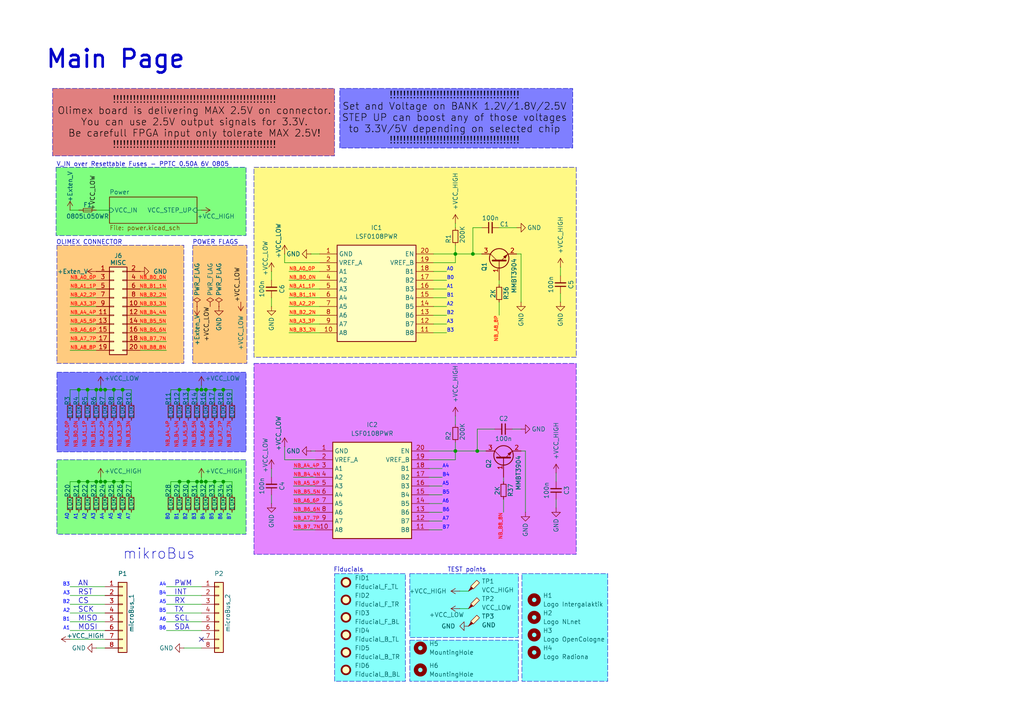
<source format=kicad_sch>
(kicad_sch (version 20231120) (generator "eeschema") (generator_version "8.0")
  (paper "A4")
  (title_block (title "${project_name} ${project_version}") (date "2024-12-02") (rev "${project_version}") (company "${project_creator}") (comment 1 "${project_license}"))
  (junction (at 137.16 73.66))
  (junction (at 27.94 113.03))
  (junction (at 27.94 139.7))
  (junction (at 33.02 113.03))
  (junction (at 33.02 139.7))
  (junction (at 30.48 139.7))
  (junction (at 57.15 139.7))
  (junction (at 29.21 139.7))
  (junction (at 58.42 139.7))
  (junction (at 138.43 130.81))
  (junction (at 22.86 113.03))
  (junction (at 58.42 113.03))
  (junction (at 52.07 139.7))
  (junction (at 132.08 130.81))
  (junction (at 35.56 139.7))
  (junction (at 54.61 139.7))
  (junction (at 62.23 139.7))
  (junction (at 64.77 113.03))
  (junction (at 59.69 139.7))
  (junction (at 52.07 113.03))
  (junction (at 35.56 113.03))
  (junction (at 22.86 139.7))
  (junction (at 59.69 113.03))
  (junction (at 29.21 113.03))
  (junction (at 62.23 113.03))
  (junction (at 57.15 113.03))
  (junction (at 25.4 139.7))
  (junction (at 54.61 113.03))
  (junction (at 30.48 113.03))
  (junction (at 64.77 139.7))
  (junction (at 132.08 73.66))
  (junction (at 25.4 113.03))
  (no_connect (at 58.42 185.42))
  (wire (pts (xy 82.55 76.2) (xy 92.71 76.2)))
  (wire (pts (xy 29.21 113.03) (xy 29.21 111.76)))
  (wire (pts (xy 40.64 99.06) (xy 48.26 99.06)))
  (wire (pts (xy 83.82 83.82) (xy 92.71 83.82)))
  (wire (pts (xy 85.09 143.51) (xy 91.44 143.51)))
  (wire (pts (xy 125.73 81.28) (xy 129.54 81.28)))
  (wire (pts (xy 27.94 60.96) (xy 31.75 60.96)))
  (wire (pts (xy 40.64 93.98) (xy 48.26 93.98)))
  (wire (pts (xy 85.09 146.05) (xy 91.44 146.05)))
  (wire (pts (xy 78.74 78.74) (xy 78.74 81.28)))
  (wire (pts (xy 124.46 148.59) (xy 128.27 148.59)))
  (wire (pts (xy 124.46 133.35) (xy 132.08 133.35)))
  (wire (pts (xy 48.26 177.8) (xy 58.42 177.8)))
  (wire (pts (xy 20.32 96.52) (xy 27.94 96.52)))
  (wire (pts (xy 78.74 135.89) (xy 78.74 138.43)))
  (wire (pts (xy 125.73 88.9) (xy 129.54 88.9)))
  (wire (pts (xy 83.82 91.44) (xy 92.71 91.44)))
  (wire (pts (xy 144.78 82.55) (xy 144.78 81.28)))
  (wire (pts (xy 20.32 93.98) (xy 27.94 93.98)))
  (wire (pts (xy 58.42 60.96) (xy 57.15 60.96)))
  (wire (pts (xy 125.73 83.82) (xy 129.54 83.82)))
  (wire (pts (xy 27.94 139.7) (xy 27.94 143.51)))
  (wire (pts (xy 58.42 139.7) (xy 58.42 138.43)))
  (wire (pts (xy 25.4 139.7) (xy 25.4 143.51)))
  (wire (pts (xy 54.61 113.03) (xy 54.61 116.84)))
  (wire (pts (xy 48.26 182.88) (xy 58.42 182.88)))
  (wire (pts (xy 20.32 88.9) (xy 27.94 88.9)))
  (wire (pts (xy 30.48 175.26) (xy 20.32 175.26)))
  (wire (pts (xy 161.29 137.16) (xy 161.29 139.7)))
  (wire (pts (xy 29.21 139.7) (xy 30.48 139.7)))
  (wire (pts (xy 62.23 113.03) (xy 62.23 116.84)))
  (wire (pts (xy 82.55 133.35) (xy 91.44 133.35)))
  (wire (pts (xy 62.23 113.03) (xy 64.77 113.03)))
  (wire (pts (xy 132.08 73.66) (xy 137.16 73.66)))
  (wire (pts (xy 40.64 91.44) (xy 48.26 91.44)))
  (wire (pts (xy 30.48 113.03) (xy 33.02 113.03)))
  (wire (pts (xy 125.73 73.66) (xy 132.08 73.66)))
  (wire (pts (xy 125.73 96.52) (xy 129.54 96.52)))
  (wire (pts (xy 151.13 73.66) (xy 151.13 87.63)))
  (wire (pts (xy 40.64 88.9) (xy 48.26 88.9)))
  (wire (pts (xy 58.42 113.03) (xy 59.69 113.03)))
  (wire (pts (xy 85.09 151.13) (xy 91.44 151.13)))
  (wire (pts (xy 48.26 172.72) (xy 58.42 172.72)))
  (wire (pts (xy 132.08 73.66) (xy 132.08 71.12)))
  (wire (pts (xy 137.16 73.66) (xy 139.7 73.66)))
  (wire (pts (xy 35.56 113.03) (xy 35.56 116.84)))
  (wire (pts (xy 90.17 73.66) (xy 92.71 73.66)))
  (wire (pts (xy 22.86 139.7) (xy 25.4 139.7)))
  (wire (pts (xy 148.59 124.46) (xy 151.13 124.46)))
  (wire (pts (xy 20.32 99.06) (xy 27.94 99.06)))
  (wire (pts (xy 20.32 101.6) (xy 27.94 101.6)))
  (wire (pts (xy 132.08 128.27) (xy 132.08 130.81)))
  (wire (pts (xy 62.23 139.7) (xy 64.77 139.7)))
  (wire (pts (xy 124.46 151.13) (xy 128.27 151.13)))
  (wire (pts (xy 83.82 88.9) (xy 92.71 88.9)))
  (wire (pts (xy 133.35 176.53) (xy 135.89 176.53)))
  (wire (pts (xy 30.48 139.7) (xy 33.02 139.7)))
  (wire (pts (xy 62.23 139.7) (xy 62.23 143.51)))
  (wire (pts (xy 64.77 113.03) (xy 64.77 116.84)))
  (wire (pts (xy 30.48 182.88) (xy 20.32 182.88)))
  (wire (pts (xy 40.64 86.36) (xy 48.26 86.36)))
  (wire (pts (xy 83.82 81.28) (xy 92.71 81.28)))
  (wire (pts (xy 40.64 96.52) (xy 48.26 96.52)))
  (wire (pts (xy 124.46 146.05) (xy 128.27 146.05)))
  (wire (pts (xy 85.09 138.43) (xy 91.44 138.43)))
  (wire (pts (xy 85.09 140.97) (xy 91.44 140.97)))
  (wire (pts (xy 57.15 113.03) (xy 58.42 113.03)))
  (wire (pts (xy 59.69 113.03) (xy 59.69 116.84)))
  (wire (pts (xy 90.17 130.81) (xy 91.44 130.81)))
  (wire (pts (xy 33.02 113.03) (xy 33.02 116.84)))
  (wire (pts (xy 85.09 153.67) (xy 91.44 153.67)))
  (wire (pts (xy 30.48 139.7) (xy 30.48 143.51)))
  (wire (pts (xy 132.08 130.81) (xy 138.43 130.81)))
  (wire (pts (xy 58.42 139.7) (xy 59.69 139.7)))
  (wire (pts (xy 54.61 139.7) (xy 54.61 143.51)))
  (wire (pts (xy 22.86 139.7) (xy 22.86 143.51)))
  (wire (pts (xy 40.64 81.28) (xy 48.26 81.28)))
  (wire (pts (xy 146.05 144.78) (xy 146.05 148.59)))
  (wire (pts (xy 20.32 86.36) (xy 27.94 86.36)))
  (wire (pts (xy 152.4 130.81) (xy 152.4 148.59)))
  (wire (pts (xy 124.46 130.81) (xy 132.08 130.81)))
  (wire (pts (xy 52.07 113.03) (xy 54.61 113.03)))
  (wire (pts (xy 40.64 101.6) (xy 48.26 101.6)))
  (wire (pts (xy 52.07 139.7) (xy 52.07 143.51)))
  (wire (pts (xy 20.32 116.84) (xy 20.32 113.03)))
  (wire (pts (xy 25.4 139.7) (xy 27.94 139.7)))
  (wire (pts (xy 124.46 140.97) (xy 128.27 140.97)))
  (wire (pts (xy 151.13 130.81) (xy 152.4 130.81)))
  (wire (pts (xy 132.08 76.2) (xy 132.08 73.66)))
  (wire (pts (xy 29.21 139.7) (xy 29.21 138.43)))
  (wire (pts (xy 64.77 139.7) (xy 67.31 139.7)))
  (wire (pts (xy 27.94 113.03) (xy 29.21 113.03)))
  (wire (pts (xy 58.42 180.34) (xy 48.26 180.34)))
  (wire (pts (xy 125.73 93.98) (xy 129.54 93.98)))
  (wire (pts (xy 149.86 73.66) (xy 151.13 73.66)))
  (wire (pts (xy 20.32 81.28) (xy 27.94 81.28)))
  (wire (pts (xy 27.94 113.03) (xy 27.94 116.84)))
  (wire (pts (xy 33.02 113.03) (xy 35.56 113.03)))
  (wire (pts (xy 146.05 139.7) (xy 146.05 138.43)))
  (wire (pts (xy 82.55 133.35) (xy 82.55 129.54)))
  (wire (pts (xy 143.51 124.46) (xy 138.43 124.46)))
  (wire (pts (xy 20.32 172.72) (xy 30.48 172.72)))
  (wire (pts (xy 64.77 139.7) (xy 64.77 143.51)))
  (wire (pts (xy 125.73 86.36) (xy 129.54 86.36)))
  (wire (pts (xy 57.15 139.7) (xy 58.42 139.7)))
  (wire (pts (xy 125.73 91.44) (xy 129.54 91.44)))
  (wire (pts (xy 57.15 113.03) (xy 57.15 116.84)))
  (wire (pts (xy 38.1 113.03) (xy 38.1 116.84)))
  (wire (pts (xy 59.69 139.7) (xy 62.23 139.7)))
  (wire (pts (xy 58.42 187.96) (xy 53.34 187.96)))
  (wire (pts (xy 78.74 86.36) (xy 78.74 88.9)))
  (wire (pts (xy 20.32 139.7) (xy 22.86 139.7)))
  (wire (pts (xy 54.61 113.03) (xy 57.15 113.03)))
  (wire (pts (xy 67.31 139.7) (xy 67.31 143.51)))
  (wire (pts (xy 138.43 130.81) (xy 140.97 130.81)))
  (wire (pts (xy 124.46 143.51) (xy 128.27 143.51)))
  (wire (pts (xy 20.32 113.03) (xy 22.86 113.03)))
  (wire (pts (xy 52.07 113.03) (xy 52.07 116.84)))
  (wire (pts (xy 35.56 139.7) (xy 38.1 139.7)))
  (wire (pts (xy 49.53 139.7) (xy 52.07 139.7)))
  (wire (pts (xy 137.16 66.04) (xy 137.16 73.66)))
  (wire (pts (xy 30.48 187.96) (xy 27.94 187.96)))
  (wire (pts (xy 22.86 113.03) (xy 25.4 113.03)))
  (wire (pts (xy 138.43 124.46) (xy 138.43 130.81)))
  (wire (pts (xy 59.69 139.7) (xy 59.69 143.51)))
  (wire (pts (xy 20.32 60.96) (xy 22.86 60.96)))
  (wire (pts (xy 49.53 113.03) (xy 52.07 113.03)))
  (wire (pts (xy 83.82 86.36) (xy 92.71 86.36)))
  (wire (pts (xy 30.48 170.18) (xy 20.32 170.18)))
  (wire (pts (xy 30.48 180.34) (xy 20.32 180.34)))
  (wire (pts (xy 83.82 78.74) (xy 92.71 78.74)))
  (wire (pts (xy 58.42 170.18) (xy 48.26 170.18)))
  (wire (pts (xy 124.46 135.89) (xy 128.27 135.89)))
  (wire (pts (xy 133.35 171.45) (xy 135.89 171.45)))
  (wire (pts (xy 85.09 135.89) (xy 91.44 135.89)))
  (wire (pts (xy 38.1 139.7) (xy 38.1 143.51)))
  (wire (pts (xy 57.15 139.7) (xy 57.15 143.51)))
  (wire (pts (xy 59.69 113.03) (xy 62.23 113.03)))
  (wire (pts (xy 54.61 139.7) (xy 57.15 139.7)))
  (wire (pts (xy 40.64 83.82) (xy 48.26 83.82)))
  (wire (pts (xy 125.73 76.2) (xy 132.08 76.2)))
  (wire (pts (xy 144.78 87.63) (xy 144.78 91.44)))
  (wire (pts (xy 64.77 113.03) (xy 67.31 113.03)))
  (wire (pts (xy 20.32 185.42) (xy 30.48 185.42)))
  (wire (pts (xy 58.42 175.26) (xy 48.26 175.26)))
  (wire (pts (xy 161.29 144.78) (xy 161.29 147.32)))
  (wire (pts (xy 162.56 85.09) (xy 162.56 87.63)))
  (wire (pts (xy 22.86 113.03) (xy 22.86 116.84)))
  (wire (pts (xy 139.7 66.04) (xy 137.16 66.04)))
  (wire (pts (xy 49.53 143.51) (xy 49.53 139.7)))
  (wire (pts (xy 52.07 139.7) (xy 54.61 139.7)))
  (wire (pts (xy 20.32 143.51) (xy 20.32 139.7)))
  (wire (pts (xy 25.4 113.03) (xy 27.94 113.03)))
  (wire (pts (xy 27.94 139.7) (xy 29.21 139.7)))
  (wire (pts (xy 83.82 96.52) (xy 92.71 96.52)))
  (wire (pts (xy 35.56 113.03) (xy 38.1 113.03)))
  (wire (pts (xy 132.08 133.35) (xy 132.08 130.81)))
  (wire (pts (xy 124.46 138.43) (xy 128.27 138.43)))
  (wire (pts (xy 20.32 83.82) (xy 27.94 83.82)))
  (wire (pts (xy 132.08 64.77) (xy 132.08 66.04)))
  (wire (pts (xy 30.48 177.8) (xy 20.32 177.8)))
  (wire (pts (xy 78.74 143.51) (xy 78.74 146.05)))
  (wire (pts (xy 49.53 116.84) (xy 49.53 113.03)))
  (wire (pts (xy 20.32 91.44) (xy 27.94 91.44)))
  (wire (pts (xy 29.21 113.03) (xy 30.48 113.03)))
  (wire (pts (xy 33.02 139.7) (xy 35.56 139.7)))
  (wire (pts (xy 30.48 113.03) (xy 30.48 116.84)))
  (wire (pts (xy 124.46 153.67) (xy 128.27 153.67)))
  (wire (pts (xy 85.09 148.59) (xy 91.44 148.59)))
  (wire (pts (xy 58.42 113.03) (xy 58.42 111.76)))
  (wire (pts (xy 25.4 113.03) (xy 25.4 116.84)))
  (wire (pts (xy 83.82 93.98) (xy 92.71 93.98)))
  (wire (pts (xy 35.56 139.7) (xy 35.56 143.51)))
  (wire (pts (xy 82.55 76.2) (xy 82.55 73.66)))
  (wire (pts (xy 33.02 139.7) (xy 33.02 143.51)))
  (wire (pts (xy 67.31 113.03) (xy 67.31 116.84)))
  (wire (pts (xy 162.56 77.47) (xy 162.56 80.01)))
  (wire (pts (xy 132.08 120.65) (xy 132.08 123.19)))
  (wire (pts (xy 144.78 66.04) (xy 149.86 66.04)))
  (wire (pts (xy 125.73 78.74) (xy 129.54 78.74)))
  (rectangle (start 97.028 166.37) (end 117.602 197.612) (stroke (width 0.127) (type dash)) (fill (type color) (color 0 255 246 0.48)))
  (rectangle (start 151.384 166.37) (end 176.276 197.612) (stroke (width 0.127) (type dash)) (fill (type color) (color 0 255 246 0.48)))
  (rectangle (start 73.66 105.41) (end 167.132 160.782) (stroke (width 0.127) (type dash)) (fill (type color) (color 199 1 255 0.48)))
  (rectangle (start 16.256 48.514) (end 71.374 68.326) (stroke (width 0.127) (type dash)) (fill (type color) (color 0 255 0 0.5)))
  (rectangle (start 16.51 71.12) (end 53.34 105.41) (stroke (width 0.127) (type dash)) (fill (type color) (color 255 153 0 0.5)))
  (rectangle (start 118.872 185.674) (end 150.368 197.612) (stroke (width 0.127) (type dash)) (fill (type color) (color 0 255 246 0.48)))
  (rectangle (start 16.51 133.35) (end 71.374 154.94) (stroke (width 0.127) (type dash)) (fill (type color) (color 2 255 0 0.48)))
  (rectangle (start 118.872 166.37) (end 150.368 184.912) (stroke (width 0.127) (type dash)) (fill (type color) (color 0 255 246 0.48)))
  (rectangle (start 73.66 48.514) (end 167.132 103.632) (stroke (width 0.127) (type dash)) (fill (type color) (color 255 242 0 0.48)))
  (rectangle (start 55.88 71.12) (end 71.628 105.41) (stroke (width 0.127) (type dash)) (fill (type color) (color 255 153 0 0.5)))
  (rectangle (start 16.51 107.95) (end 71.374 131.064) (stroke (width 0.127) (type dash)) (fill (type color) (color 0 0 255 0.5)))
  (rectangle (start 98.552 25.654) (end 166.116 42.926) (stroke (width 0.127) (type dash)) (fill (type color) (color 0 0 255 0.5)))
  (rectangle (start 15.24 25.654) (end 97.028 45.212) (stroke (width 0.127) (type dash)) (fill (type color) (color 194 0 0 0.5)))
  (text "MISO" (at 22.606 180.34 0) (effects (font (size 1.524 1.524)) (justify left bottom)))
  (text "mikroBus" (at 35.56 162.56 0) (effects (font (size 3.048 3.048)) (justify left bottom)))
  (text "CS" (at 22.606 175.26 0) (effects (font (size 1.524 1.524)) (justify left bottom)))
  (text "AN" (at 22.606 170.18 0) (effects (font (size 1.524 1.524)) (justify left bottom)))
  (text "TEST points" (at 135.382 165.354 0) (effects (font (size 1.27 1.27))))
  (text "RST" (at 22.606 172.72 0) (effects (font (size 1.524 1.524)) (justify left bottom)))
  (text "POWER FLAGS" (at 62.484 70.358 0) (effects (font (size 1.27 1.27))))
  (text "V_IN over Resettable Fuses - PPTC 0.50A 6V 0805" (at 41.402 47.752 0) (effects (font (size 1.27 1.27))))
  (text "!!!!!!!!!!!!!!!!!!!!!!!!!!!!!!!!!!!!!!!!!!!!!!!!!\nOlimex board is delivering MAX 2.5V on connector.\nYou can use 2.5V output signals for 3.3V.\nBe carefull FPGA input only tolerate MAX 2.5V!\n!!!!!!!!!!!!!!!!!!!!!!!!!!!!!!!!!!!!!!!!!!!!!!!!!" (at 56.388 35.56 0) (effects (font (size 2.032 2.032))))
  (text "RX" (at 50.546 175.26 0) (effects (font (size 1.524 1.524)) (justify left bottom)))
  (text "Fiducials" (at 101.092 165.354 0) (effects (font (size 1.27 1.27))))
  (text "SCL" (at 50.546 180.34 0) (effects (font (size 1.524 1.524)) (justify left bottom)))
  (text "SDA" (at 50.546 182.88 0) (effects (font (size 1.524 1.524)) (justify left bottom)))
  (text "SCK" (at 22.606 177.8 0) (effects (font (size 1.524 1.524)) (justify left bottom)))
  (text "MOSI" (at 22.606 182.88 0) (effects (font (size 1.524 1.524)) (justify left bottom)))
  (text "OLIMEX CONNECTOR" (at 25.908 70.358 0) (effects (font (size 1.27 1.27))))
  (text "PWM" (at 50.546 170.18 0) (effects (font (size 1.524 1.524)) (justify left bottom)))
  (text "Main Page" (at 33.528 17.272 0) (effects (font (size 5.08 5.08) (thickness 0.762) (bold yes))))
  (text "INT" (at 50.546 172.72 0) (effects (font (size 1.524 1.524)) (justify left bottom)))
  (text "!!!!!!!!!!!!!!!!!!!!!!!!!!!!!!!!!!!!!!!\nSet and Voltage on BANK 1.2V/1.8V/2.5V\nSTEP UP can boost any of those voltages\nto 3.3V/5V depending on selected chip\n!!!!!!!!!!!!!!!!!!!!!!!!!!!!!!!!!!!!!!!\n" (at 131.826 34.29 0) (effects (font (size 2.032 2.032))))
  (text "TX" (at 50.546 177.8 0) (effects (font (size 1.524 1.524)) (justify left bottom)))
  (label "A3" (at 27.94 148.59 270) (effects (font (size 1.016 1.016))))
  (label "NB_B2_2N" (at 33.02 121.92 270) (effects (font (size 1.016 1.016))))
  (label "NB_B8_8N" (at 146.05 148.59 270) (effects (font (size 1.016 1.016))))
  (label "NB_B5_5N" (at 48.26 93.98 180) (effects (font (size 1.016 1.016))))
  (label "NB_A7_7P" (at 20.32 99.06 0) (effects (font (size 1.016 1.016))))
  (label "B0" (at 129.54 81.28 0) (effects (font (size 1.016 1.016))))
  (label "NB_A5_5P" (at 54.61 121.92 270) (effects (font (size 1.016 1.016))))
  (label "NB_B4_4N" (at 48.26 91.44 180) (effects (font (size 1.016 1.016))))
  (label "NB_A0_0P" (at 20.32 121.92 270) (effects (font (size 1.016 1.016))))
  (label "NB_A8_8P" (at 20.32 101.6 0) (effects (font (size 1.016 1.016))))
  (label "A5" (at 33.02 148.59 270) (effects (font (size 1.016 1.016))))
  (label "B1" (at 20.32 180.34 180) (effects (font (size 1.016 1.016))))
  (label "A3" (at 20.32 172.72 180) (effects (font (size 1.016 1.016))))
  (label "B2" (at 129.54 91.44 0) (effects (font (size 1.016 1.016))))
  (label "A4" (at 48.26 170.18 180) (effects (font (size 1.016 1.016))))
  (label "NB_B2_2N" (at 83.82 91.44 0) (effects (font (size 1.016 1.016))))
  (label "B2" (at 54.61 148.59 270) (effects (font (size 1.016 1.016))))
  (label "A7" (at 128.27 151.13 0) (effects (font (size 1.016 1.016))))
  (label "B5" (at 62.23 148.59 270) (effects (font (size 1.016 1.016))))
  (label "+VCC_LOW" (at 69.85 87.63 90))
  (label "NB_A6_6P" (at 59.69 121.92 270) (effects (font (size 1.016 1.016))))
  (label "NB_A2_2P" (at 30.48 121.92 270) (effects (font (size 1.016 1.016))))
  (label "NB_B8_8N" (at 48.26 101.6 180) (effects (font (size 1.016 1.016))))
  (label "NB_B3_3N" (at 38.1 121.92 270) (effects (font (size 1.016 1.016))))
  (label "NB_A2_2P" (at 83.82 88.9 0) (effects (font (size 1.016 1.016))))
  (label "NB_A6_6P" (at 20.32 96.52 0) (effects (font (size 1.016 1.016))))
  (label "NB_B4_4N" (at 52.07 121.92 270) (effects (font (size 1.016 1.016))))
  (label "NB_A5_5P" (at 20.32 93.98 0) (effects (font (size 1.016 1.016))))
  (label "B5" (at 128.27 143.51 0) (effects (font (size 1.016 1.016))))
  (label "NB_B6_6N" (at 62.23 121.92 270) (effects (font (size 1.016 1.016))))
  (label "B1" (at 52.07 148.59 270) (effects (font (size 1.016 1.016))))
  (label "A5" (at 48.26 175.26 180) (effects (font (size 1.016 1.016))))
  (label "NB_B0_0N" (at 83.82 81.28 0) (effects (font (size 1.016 1.016))))
  (label "NB_A2_2P" (at 20.32 86.36 0) (effects (font (size 1.016 1.016))))
  (label "A1" (at 22.86 148.59 270) (effects (font (size 1.016 1.016))))
  (label "A2" (at 25.4 148.59 270) (effects (font (size 1.016 1.016))))
  (label "A4" (at 128.27 135.89 0) (effects (font (size 1.016 1.016))))
  (label "+VCC_LOW" (at 60.96 88.9 270))
  (label "NB_B1_1N" (at 83.82 86.36 0) (effects (font (size 1.016 1.016))))
  (label "NB_B5_5N" (at 85.09 143.51 0) (effects (font (size 1.016 1.016))))
  (label "A3" (at 129.54 93.98 0) (effects (font (size 1.016 1.016))))
  (label "NB_A4_4P" (at 49.53 121.92 270) (effects (font (size 1.016 1.016))))
  (label "NB_B2_2N" (at 48.26 86.36 180) (effects (font (size 1.016 1.016))))
  (label "A6" (at 48.26 180.34 180) (effects (font (size 1.016 1.016))))
  (label "NB_A5_5P" (at 85.09 140.97 0) (effects (font (size 1.016 1.016))))
  (label "NB_B6_6N" (at 48.26 96.52 180) (effects (font (size 1.016 1.016))))
  (label "A6" (at 128.27 146.05 0) (effects (font (size 1.016 1.016))))
  (label "NB_B7_7N" (at 48.26 99.06 180) (effects (font (size 1.016 1.016))))
  (label "NB_B1_1N" (at 27.94 121.92 270) (effects (font (size 1.016 1.016))))
  (label "B7" (at 67.31 148.59 270) (effects (font (size 1.016 1.016))))
  (label "B2" (at 20.32 175.26 180) (effects (font (size 1.016 1.016))))
  (label "NB_A3_3P" (at 35.56 121.92 270) (effects (font (size 1.016 1.016))))
  (label "B7" (at 128.27 153.67 0) (effects (font (size 1.016 1.016))))
  (label "NB_A6_6P" (at 85.09 146.05 0) (effects (font (size 1.016 1.016))))
  (label "NB_A1_1P" (at 20.32 83.82 0) (effects (font (size 1.016 1.016))))
  (label "NB_A3_3P" (at 83.82 93.98 0) (effects (font (size 1.016 1.016))))
  (label "+VCC_LOW" (at 27.94 60.96 90))
  (label "NB_A7_7P" (at 85.09 151.13 0) (effects (font (size 1.016 1.016))))
  (label "NB_A1_1P" (at 83.82 83.82 0) (effects (font (size 1.016 1.016))))
  (label "NB_B6_6N" (at 85.09 148.59 0) (effects (font (size 1.016 1.016))))
  (label "NB_B1_1N" (at 48.26 83.82 180) (effects (font (size 1.016 1.016))))
  (label "B6" (at 64.77 148.59 270) (effects (font (size 1.016 1.016))))
  (label "A2" (at 129.54 88.9 0) (effects (font (size 1.016 1.016))))
  (label "NB_B7_7N" (at 67.31 121.92 270) (effects (font (size 1.016 1.016))))
  (label "NB_A4_4P" (at 20.32 91.44 0) (effects (font (size 1.016 1.016))))
  (label "NB_B3_3N" (at 48.26 88.9 180) (effects (font (size 1.016 1.016))))
  (label "B6" (at 48.26 182.88 180) (effects (font (size 1.016 1.016))))
  (label "B6" (at 128.27 148.59 0) (effects (font (size 1.016 1.016))))
  (label "NB_A7_7P" (at 64.77 121.92 270) (effects (font (size 1.016 1.016))))
  (label "NB_A0_0P" (at 83.82 78.74 0) (effects (font (size 1.016 1.016))))
  (label "A4" (at 30.48 148.59 270) (effects (font (size 1.016 1.016))))
  (label "B0" (at 49.53 148.59 270) (effects (font (size 1.016 1.016))))
  (label "A2" (at 20.32 177.8 180) (effects (font (size 1.016 1.016))))
  (label "B5" (at 48.26 177.8 180) (effects (font (size 1.016 1.016))))
  (label "NB_A3_3P" (at 20.32 88.9 0) (effects (font (size 1.016 1.016))))
  (label "NB_A8_8P" (at 144.78 91.44 270) (effects (font (size 1.016 1.016))))
  (label "B4" (at 128.27 138.43 0) (effects (font (size 1.016 1.016))))
  (label "NB_A4_4P" (at 85.09 135.89 0) (effects (font (size 1.016 1.016))))
  (label "B1" (at 129.54 86.36 0) (effects (font (size 1.016 1.016))))
  (label "A6" (at 35.56 148.59 270) (effects (font (size 1.016 1.016))))
  (label "NB_B3_3N" (at 83.82 96.52 0) (effects (font (size 1.016 1.016))))
  (label "A1" (at 129.54 83.82 0) (effects (font (size 1.016 1.016))))
  (label "NB_A1_1P" (at 25.4 121.92 270) (effects (font (size 1.016 1.016))))
  (label "NB_B4_4N" (at 85.09 138.43 0) (effects (font (size 1.016 1.016))))
  (label "A0" (at 129.54 78.74 0) (effects (font (size 1.016 1.016))))
  (label "A5" (at 128.27 140.97 0) (effects (font (size 1.016 1.016))))
  (label "B3" (at 20.32 170.18 180) (effects (font (size 1.016 1.016))))
  (label "A1" (at 20.32 182.88 180) (effects (font (size 1.016 1.016))))
  (label "NB_B7_7N" (at 85.09 153.67 0) (effects (font (size 1.016 1.016))))
  (label "B4" (at 59.69 148.59 270) (effects (font (size 1.016 1.016))))
  (label "NB_B5_5N" (at 57.15 121.92 270) (effects (font (size 1.016 1.016))))
  (label "A7" (at 38.1 148.59 270) (effects (font (size 1.016 1.016))))
  (label "A0" (at 20.32 148.59 270) (effects (font (size 1.016 1.016))))
  (label "B3" (at 129.54 96.52 0) (effects (font (size 1.016 1.016))))
  (label "B3" (at 57.15 148.59 270) (effects (font (size 1.016 1.016))))
  (label "NB_B0_0N" (at 22.86 121.92 270) (effects (font (size 1.016 1.016))))
  (label "NB_B0_0N" (at 48.26 81.28 180) (effects (font (size 1.016 1.016))))
  (label "NB_A0_0P" (at 20.32 81.28 0) (effects (font (size 1.016 1.016))))
  (label "B4" (at 48.26 172.72 180) (effects (font (size 1.016 1.016))))
  (symbol (lib_id "Mechanical:Fiducial") (at 100.33 189.23 0) (unit 1) (exclude_from_sim yes) (in_bom no)
    (property "Reference" "FID5" (at 102.87 187.9599 0) (effects (justify left)))
    (property "Value" "Fiducial_B_TR" (at 102.87 190.4999 0) (effects (justify left)))
    (property "Footprint" "Fiducial:Fiducial_0.5mm_Mask1mm" (effects (hide yes)))
    (property "Description" "Fiducial Marker" (effects (hide yes)))
  )
  (symbol (lib_id "Connector:TestPoint_Probe") (at 135.89 171.45 0) (unit 1)
    (property "Reference" "TP1" (at 139.7 168.5924 0) (effects (justify left)))
    (property "Value" "VCC_HIGH" (at 139.7 171.1324 0) (effects (justify left)))
    (property "Footprint" "TestPoint:TestPoint_Pad_D1.0mm" (effects (hide yes)))
    (property "Description" "test point (alternative probe-style design)" (effects (hide yes)))
  )
  (symbol (lib_id "Device:R_Small") (at 30.48 146.05 0) (unit 1)
    (property "Reference" "R24" (at 29.718 144.272 90) (effects (justify left)))
    (property "Value" "10K" (at 30.48 148.082 90) (effects (justify left)))
    (property "Footprint" "Resistor_SMD:R_0402_1005Metric" (effects (hide yes)))
    (property "Description" "Resistor, small symbol" (effects (hide yes)))
    (property "MPN" " RC0603FR-071K1L" (effects (hide yes)))
    (property "Mouser" "603-RC0603FR-071K1L" (effects (hide yes)))
  )
  (symbol (lib_id "Connector:TestPoint_Probe") (at 135.89 176.53 0) (unit 1)
    (property "Reference" "TP2" (at 139.7 173.6724 0) (effects (justify left)))
    (property "Value" "VCC_LOW" (at 139.7 176.2124 0) (effects (justify left)))
    (property "Footprint" "TestPoint:TestPoint_Pad_D1.0mm" (effects (hide yes)))
    (property "Description" "test point (alternative probe-style design)" (effects (hide yes)))
  )
  (symbol (lib_id "power:+2V5") (at 78.74 135.89 0) (unit 1)
    (property "Reference" "#PWR033" (effects (hide yes)))
    (property "Value" "+VCC_LOW" (at 76.962 137.16 90) (effects (justify left)))
    (property "Description" "Power symbol creates a global label with name \"+2V5\"" (effects (hide yes)))
  )
  (symbol (lib_id "power:GND") (at 63.5 88.9 0) (unit 1)
    (property "Reference" "#PWR012" (effects (hide yes)))
    (property "Value" "GND" (at 63.5 93.98 90))
    (property "Description" "Power symbol creates a global label with name \"GND\" , ground" (effects (hide yes)))
  )
  (symbol (lib_id "power:GND") (at 90.17 73.66 270) (unit 1)
    (property "Reference" "#PWR013" (effects (hide yes)))
    (property "Value" "GND" (at 85.09 73.66 90))
    (property "Description" "Power symbol creates a global label with name \"GND\" , ground" (effects (hide yes)))
  )
  (symbol (lib_id "Device:R_Small") (at 59.69 146.05 0) (unit 1)
    (property "Reference" "R32" (at 58.928 144.272 90) (effects (justify left)))
    (property "Value" "10K" (at 59.69 148.082 90) (effects (justify left)))
    (property "Footprint" "Resistor_SMD:R_0402_1005Metric" (effects (hide yes)))
    (property "Description" "Resistor, small symbol" (effects (hide yes)))
    (property "MPN" " RC0603FR-071K1L" (effects (hide yes)))
    (property "Mouser" "603-RC0603FR-071K1L" (effects (hide yes)))
  )
  (symbol (lib_id "power:+2V5") (at 132.08 120.65 0) (unit 1)
    (property "Reference" "#PWR027" (effects (hide yes)))
    (property "Value" "+VCC_HIGH" (at 132.0799 116.84 90) (effects (justify left)))
    (property "Description" "Power symbol creates a global label with name \"+2V5\"" (effects (hide yes)))
  )
  (symbol (lib_id "power:GND") (at 78.74 146.05 0) (unit 1)
    (property "Reference" "#PWR020" (effects (hide yes)))
    (property "Value" "GND" (at 78.74 151.13 90))
    (property "Description" "Power symbol creates a global label with name \"GND\" , ground" (effects (hide yes)))
  )
  (symbol (lib_id "LSF0108PWR:LSF0108PWR") (at 92.71 73.66 0) (unit 1)
    (property "Reference" "IC1" (at 109.22 66.04 0))
    (property "Value" "LSF0108PWR" (at 109.22 68.58 0))
    (property "Footprint" "LSF0108PWR:SOP65P640X120-20N" (effects (hide yes)))
    (property "Datasheet" "https://www.ti.com/lit/ds/symlink/lsf0108.pdf?ts=1598697110983&ref_url=https%253A%252F%252Fwww.ti.com%252Fstore%252Fti%252Fen%252Fp%252Fproduct%252F%253Fp%253DLSF0108PWR%2526keyMatch%253DLSF0108PWR%2526tisearch%253DSearch-EN-everything%2526usecase%253DOPN" (effects (hide yes)))
    (property "Description" "TEXAS INSTRUMENTS - LSF0108PWR - VOLT LEVEL TRANSLATOR, OCTAL, TSSOP-20" (effects (hide yes)))
    (property "Height" "1.2" (effects (hide yes)))
    (property "Mouser Part Number" "595-LSF0108PWR" (effects (hide yes)))
    (property "Mouser Price/Stock" "https://www.mouser.co.uk/ProductDetail/Texas-Instruments/LSF0108PWR?qs=MJut%252BdqOEgjIYRbmgD64ig%3D%3D" (effects (hide yes)))
    (property "Manufacturer_Name" "Texas Instruments" (effects (hide yes)))
    (property "Manufacturer_Part_Number" "LSF0108PWR" (effects (hide yes)))
  )
  (symbol (lib_id "power:GND") (at 149.86 66.04 90) (unit 1)
    (property "Reference" "#PWR034" (effects (hide yes)))
    (property "Value" "GND" (at 154.94 66.04 90))
    (property "Description" "Power symbol creates a global label with name \"GND\" , ground" (effects (hide yes)))
  )
  (symbol (lib_id "Device:R_Small") (at 25.4 119.38 0) (unit 1)
    (property "Reference" "R5" (at 24.638 117.602 90) (effects (justify left)))
    (property "Value" "10K" (at 25.4 121.412 90) (effects (justify left)))
    (property "Footprint" "Resistor_SMD:R_0402_1005Metric" (effects (hide yes)))
    (property "Description" "Resistor, small symbol" (effects (hide yes)))
    (property "MPN" " RC0603FR-071K1L" (effects (hide yes)))
    (property "Mouser" "603-RC0603FR-071K1L" (effects (hide yes)))
  )
  (symbol (lib_id "Device:R_Small") (at 54.61 146.05 0) (unit 1)
    (property "Reference" "R30" (at 53.848 144.272 90) (effects (justify left)))
    (property "Value" "10K" (at 54.61 148.082 90) (effects (justify left)))
    (property "Footprint" "Resistor_SMD:R_0402_1005Metric" (effects (hide yes)))
    (property "Description" "Resistor, small symbol" (effects (hide yes)))
    (property "MPN" " RC0603FR-071K1L" (effects (hide yes)))
    (property "Mouser" "603-RC0603FR-071K1L" (effects (hide yes)))
  )
  (symbol (lib_id "Mechanical:MountingHole") (at 154.94 173.99 0) (unit 1) (exclude_from_sim yes) (in_bom no)
    (property "Reference" "H1" (at 157.48 172.7199 0) (effects (justify left)))
    (property "Value" "Logo Intergalaktik" (at 157.48 175.2599 0) (effects (justify left)))
    (property "Footprint" "intergalaktik:intergalaktik" (effects (hide yes)))
    (property "Description" "Mounting Hole without connection" (effects (hide yes)))
  )
  (symbol (lib_id "power:GND") (at 152.4 148.59 0) (unit 1)
    (property "Reference" "#PWR015" (effects (hide yes)))
    (property "Value" "GND" (at 152.4 153.67 90))
    (property "Description" "Power symbol creates a global label with name \"GND\" , ground" (effects (hide yes)))
  )
  (symbol (lib_id "power:PWR_FLAG") (at 57.15 88.9 0) (unit 1)
    (property "Reference" "#FLG04" (effects (hide yes)))
    (property "Value" "PWR_FLAG" (at 57.15 81.026 90))
    (property "Description" "Special symbol for telling ERC where power comes from" (effects (hide yes)))
  )
  (symbol (lib_id "power:GND") (at 78.74 88.9 0) (unit 1)
    (property "Reference" "#PWR026" (effects (hide yes)))
    (property "Value" "GND" (at 78.74 93.98 90))
    (property "Description" "Power symbol creates a global label with name \"GND\" , ground" (effects (hide yes)))
  )
  (symbol (lib_id "Device:R_Small") (at 52.07 119.38 0) (unit 1)
    (property "Reference" "R12" (at 51.308 117.602 90) (effects (justify left)))
    (property "Value" "10K" (at 52.07 121.412 90) (effects (justify left)))
    (property "Footprint" "Resistor_SMD:R_0402_1005Metric" (effects (hide yes)))
    (property "Description" "Resistor, small symbol" (effects (hide yes)))
    (property "MPN" " RC0603FR-071K1L" (effects (hide yes)))
    (property "Mouser" "603-RC0603FR-071K1L" (effects (hide yes)))
  )
  (symbol (lib_id "power:+2V5") (at 58.42 111.76 0) (unit 1)
    (property "Reference" "#PWR031" (effects (hide yes)))
    (property "Value" "+VCC_LOW" (at 59.436 109.728 0) (effects (justify left)))
    (property "Description" "Power symbol creates a global label with name \"+2V5\"" (effects (hide yes)))
  )
  (symbol (lib_id "power:GND") (at 90.17 130.81 270) (unit 1)
    (property "Reference" "#PWR028" (effects (hide yes)))
    (property "Value" "GND" (at 85.09 130.81 90))
    (property "Description" "Power symbol creates a global label with name \"GND\" , ground" (effects (hide yes)))
  )
  (symbol (lib_id "Device:R_Small") (at 33.02 146.05 0) (unit 1)
    (property "Reference" "R25" (at 32.258 144.272 90) (effects (justify left)))
    (property "Value" "10K" (at 33.02 148.082 90) (effects (justify left)))
    (property "Footprint" "Resistor_SMD:R_0402_1005Metric" (effects (hide yes)))
    (property "Description" "Resistor, small symbol" (effects (hide yes)))
    (property "MPN" " RC0603FR-071K1L" (effects (hide yes)))
    (property "Mouser" "603-RC0603FR-071K1L" (effects (hide yes)))
  )
  (symbol (lib_id "power:GND") (at 151.13 87.63 0) (unit 1)
    (property "Reference" "#PWR014" (effects (hide yes)))
    (property "Value" "GND" (at 151.13 92.71 90))
    (property "Description" "Power symbol creates a global label with name \"GND\" , ground" (effects (hide yes)))
    (instances (project "dualTranslation" (path "" (reference "#PWR014") (unit 1))) (project "" (path "" (reference "#PWR0101") (unit 1))))
  )
  (symbol (lib_id "power:+2V5") (at 162.56 77.47 0) (unit 1)
    (property "Reference" "#PWR023" (effects (hide yes)))
    (property "Value" "+VCC_HIGH" (at 162.5599 73.66 90) (effects (justify left)))
    (property "Description" "Power symbol creates a global label with name \"+2V5\"" (effects (hide yes)))
  )
  (symbol (lib_id "power:+2V5") (at 161.29 137.16 0) (unit 1)
    (property "Reference" "#PWR018" (effects (hide yes)))
    (property "Value" "+VCC_HIGH" (at 161.2899 133.35 90) (effects (justify left)))
    (property "Description" "Power symbol creates a global label with name \"+2V5\"" (effects (hide yes)))
  )
  (symbol (lib_id "Device:R_Small") (at 67.31 146.05 0) (unit 1)
    (property "Reference" "R35" (at 66.548 144.272 90) (effects (justify left)))
    (property "Value" "10K" (at 67.31 148.082 90) (effects (justify left)))
    (property "Footprint" "Resistor_SMD:R_0402_1005Metric" (effects (hide yes)))
    (property "Description" "Resistor, small symbol" (effects (hide yes)))
    (property "MPN" " RC0603FR-071K1L" (effects (hide yes)))
    (property "Mouser" "603-RC0603FR-071K1L" (effects (hide yes)))
  )
  (symbol (lib_id "Device:R_Small") (at 33.02 119.38 0) (unit 1)
    (property "Reference" "R8" (at 32.258 117.602 90) (effects (justify left)))
    (property "Value" "10K" (at 33.02 121.412 90) (effects (justify left)))
    (property "Footprint" "Resistor_SMD:R_0402_1005Metric" (effects (hide yes)))
    (property "Description" "Resistor, small symbol" (effects (hide yes)))
    (property "MPN" " RC0603FR-071K1L" (effects (hide yes)))
    (property "Mouser" "603-RC0603FR-071K1L" (effects (hide yes)))
  )
  (symbol (lib_id "Device:C_Small") (at 161.29 142.24 180) (unit 1)
    (property "Reference" "C3" (at 164.338 142.24 90))
    (property "Value" "100n" (at 158.496 142.24 90))
    (property "Footprint" "Capacitor_SMD:C_0402_1005Metric" (effects (hide yes)))
    (property "Description" "Unpolarized capacitor, small symbol" (effects (hide yes)))
  )
  (symbol (lib_id "power:GND") (at 135.89 181.61 270) (unit 1)
    (property "Reference" "#PWR05" (effects (hide yes)))
    (property "Value" "GND" (at 132.08 181.6099 90) (effects (justify right)))
    (property "Description" "Power symbol creates a global label with name \"GND\" , ground" (effects (hide yes)))
  )
  (symbol (lib_id "power:+2V5") (at 132.08 64.77 0) (unit 1)
    (property "Reference" "#PWR017" (effects (hide yes)))
    (property "Value" "+VCC_HIGH" (at 132.0799 60.96 90) (effects (justify left)))
    (property "Description" "Power symbol creates a global label with name \"+2V5\"" (effects (hide yes)))
  )
  (symbol (lib_id "Device:C_Small") (at 142.24 66.04 90) (unit 1)
    (property "Reference" "C1" (at 146.304 65.024 90))
    (property "Value" "100n" (at 142.24 63.246 90))
    (property "Footprint" "Capacitor_SMD:C_0402_1005Metric" (effects (hide yes)))
    (property "Description" "Unpolarized capacitor, small symbol" (effects (hide yes)))
  )
  (symbol (lib_id "power:+2V5") (at 20.32 185.42 90) (unit 1)
    (property "Reference" "#PWR029" (effects (hide yes)))
    (property "Value" "+VCC_HIGH" (at 30.226 184.404 90) (effects (justify left)))
    (property "Description" "Power symbol creates a global label with name \"+2V5\"" (effects (hide yes)))
  )
  (symbol (lib_id "Device:R_Small") (at 30.48 119.38 0) (unit 1)
    (property "Reference" "R7" (at 29.718 117.602 90) (effects (justify left)))
    (property "Value" "10K" (at 30.48 121.412 90) (effects (justify left)))
    (property "Footprint" "Resistor_SMD:R_0402_1005Metric" (effects (hide yes)))
    (property "Description" "Resistor, small symbol" (effects (hide yes)))
    (property "MPN" " RC0603FR-071K1L" (effects (hide yes)))
    (property "Mouser" "603-RC0603FR-071K1L" (effects (hide yes)))
  )
  (symbol (lib_id "Device:R_Small") (at 22.86 119.38 0) (unit 1)
    (property "Reference" "R4" (at 22.098 117.602 90) (effects (justify left)))
    (property "Value" "10K" (at 22.86 121.412 90) (effects (justify left)))
    (property "Footprint" "Resistor_SMD:R_0402_1005Metric" (effects (hide yes)))
    (property "Description" "Resistor, small symbol" (effects (hide yes)))
    (property "MPN" " RC0603FR-071K1L" (effects (hide yes)))
    (property "Mouser" "603-RC0603FR-071K1L" (effects (hide yes)))
  )
  (symbol (lib_id "power:+2V5") (at 133.35 171.45 90) (unit 1)
    (property "Reference" "#PWR02" (effects (hide yes)))
    (property "Value" "+VCC_HIGH" (at 129.54 171.4501 90) (effects (justify left)))
    (property "Description" "Power symbol creates a global label with name \"+2V5\"" (effects (hide yes)))
  )
  (symbol (lib_id "Device:R_Small") (at 38.1 119.38 0) (unit 1)
    (property "Reference" "R10" (at 37.338 117.602 90) (effects (justify left)))
    (property "Value" "10K" (at 38.1 121.412 90) (effects (justify left)))
    (property "Footprint" "Resistor_SMD:R_0402_1005Metric" (effects (hide yes)))
    (property "Description" "Resistor, small symbol" (effects (hide yes)))
    (property "MPN" " RC0603FR-071K1L" (effects (hide yes)))
    (property "Mouser" "603-RC0603FR-071K1L" (effects (hide yes)))
  )
  (symbol (lib_id "Device:R_Small") (at 35.56 119.38 0) (unit 1)
    (property "Reference" "R9" (at 34.798 117.602 90) (effects (justify left)))
    (property "Value" "10K" (at 35.56 121.412 90) (effects (justify left)))
    (property "Footprint" "Resistor_SMD:R_0402_1005Metric" (effects (hide yes)))
    (property "Description" "Resistor, small symbol" (effects (hide yes)))
    (property "MPN" " RC0603FR-071K1L" (effects (hide yes)))
    (property "Mouser" "603-RC0603FR-071K1L" (effects (hide yes)))
  )
  (symbol (lib_id "power:+2V5") (at 58.42 60.96 270) (unit 1)
    (property "Reference" "#PWR010" (effects (hide yes)))
    (property "Value" "+VCC_HIGH" (at 57.15 62.738 90) (effects (justify left)))
    (property "Description" "Power symbol creates a global label with name \"+2V5\"" (effects (hide yes)))
  )
  (symbol (lib_id "power:+2V5") (at 69.85 87.63 180) (unit 1)
    (property "Reference" "#PWR011" (effects (hide yes)))
    (property "Value" "+VCC_LOW" (at 69.8501 91.44 90) (effects (justify left)))
    (property "Description" "Power symbol creates a global label with name \"+2V5\"" (effects (hide yes)))
  )
  (symbol (lib_id "Transistor_BJT:MMBT3904") (at 146.05 133.35 90) (unit 1)
    (property "Reference" "Q2" (at 141.732 135.89 0) (effects (justify left)))
    (property "Value" "MMBT3904" (at 150.368 142.24 0) (effects (justify left)))
    (property "Footprint" "Package_TO_SOT_SMD:SOT-23" (effects (hide yes)))
    (property "Datasheet" "https://www.onsemi.com/pdf/datasheet/pzt3904-d.pdf" (effects (hide yes)))
    (property "Description" "0.2A Ic, 40V Vce, Small Signal NPN Transistor, SOT-23" (effects (hide yes)))
  )
  (symbol (lib_id "Device:R_Small") (at 52.07 146.05 0) (unit 1)
    (property "Reference" "R29" (at 51.308 144.272 90) (effects (justify left)))
    (property "Value" "10K" (at 52.07 148.082 90) (effects (justify left)))
    (property "Footprint" "Resistor_SMD:R_0402_1005Metric" (effects (hide yes)))
    (property "Description" "Resistor, small symbol" (effects (hide yes)))
    (property "MPN" " RC0603FR-071K1L" (effects (hide yes)))
    (property "Mouser" "603-RC0603FR-071K1L" (effects (hide yes)))
  )
  (symbol (lib_id "Device:R_Small") (at 132.08 125.73 0) (unit 1)
    (property "Reference" "R2" (at 130.048 127.762 90) (effects (justify left)))
    (property "Value" "200K" (at 134.112 127.762 90) (effects (justify left)))
    (property "Footprint" "Resistor_SMD:R_0402_1005Metric" (effects (hide yes)))
    (property "Description" "Resistor, small symbol" (effects (hide yes)))
    (property "MPN" " RC0603FR-071K1L" (effects (hide yes)))
    (property "Mouser" "603-RC0603FR-071K1L" (effects (hide yes)))
  )
  (symbol (lib_id "Device:R_Small") (at 27.94 119.38 0) (unit 1)
    (property "Reference" "R6" (at 27.178 117.602 90) (effects (justify left)))
    (property "Value" "10K" (at 27.94 121.412 90) (effects (justify left)))
    (property "Footprint" "Resistor_SMD:R_0402_1005Metric" (effects (hide yes)))
    (property "Description" "Resistor, small symbol" (effects (hide yes)))
    (property "MPN" " RC0603FR-071K1L" (effects (hide yes)))
    (property "Mouser" "603-RC0603FR-071K1L" (effects (hide yes)))
  )
  (symbol (lib_id "Device:R_Small") (at 49.53 119.38 0) (unit 1)
    (property "Reference" "R11" (at 48.768 117.602 90) (effects (justify left)))
    (property "Value" "10K" (at 49.53 121.412 90) (effects (justify left)))
    (property "Footprint" "Resistor_SMD:R_0402_1005Metric" (effects (hide yes)))
    (property "Description" "Resistor, small symbol" (effects (hide yes)))
    (property "MPN" " RC0603FR-071K1L" (effects (hide yes)))
    (property "Mouser" "603-RC0603FR-071K1L" (effects (hide yes)))
  )
  (symbol (lib_id "power:+2V5") (at 29.21 138.43 0) (unit 1)
    (property "Reference" "#PWR016" (effects (hide yes)))
    (property "Value" "+VCC_HIGH" (at 30.226 136.652 0) (effects (justify left)))
    (property "Description" "Power symbol creates a global label with name \"+2V5\"" (effects (hide yes)))
  )
  (symbol (lib_id "Device:R_Small") (at 20.32 146.05 0) (unit 1)
    (property "Reference" "R20" (at 19.558 144.272 90) (effects (justify left)))
    (property "Value" "10K" (at 20.32 148.082 90) (effects (justify left)))
    (property "Footprint" "Resistor_SMD:R_0402_1005Metric" (effects (hide yes)))
    (property "Description" "Resistor, small symbol" (effects (hide yes)))
    (property "MPN" " RC0603FR-071K1L" (effects (hide yes)))
    (property "Mouser" "603-RC0603FR-071K1L" (effects (hide yes)))
  )
  (symbol (lib_id "Device:R_Small") (at 62.23 146.05 0) (unit 1)
    (property "Reference" "R33" (at 61.468 144.272 90) (effects (justify left)))
    (property "Value" "10K" (at 62.23 148.082 90) (effects (justify left)))
    (property "Footprint" "Resistor_SMD:R_0402_1005Metric" (effects (hide yes)))
    (property "Description" "Resistor, small symbol" (effects (hide yes)))
    (property "MPN" " RC0603FR-071K1L" (effects (hide yes)))
    (property "Mouser" "603-RC0603FR-071K1L" (effects (hide yes)))
  )
  (symbol (lib_id "power:GND") (at 162.56 87.63 0) (unit 1)
    (property "Reference" "#PWR024" (effects (hide yes)))
    (property "Value" "GND" (at 162.56 92.71 90))
    (property "Description" "Power symbol creates a global label with name \"GND\" , ground" (effects (hide yes)))
  )
  (symbol (lib_id "Device:R_Small") (at 54.61 119.38 0) (unit 1)
    (property "Reference" "R13" (at 53.848 117.602 90) (effects (justify left)))
    (property "Value" "10K" (at 54.61 121.412 90) (effects (justify left)))
    (property "Footprint" "Resistor_SMD:R_0402_1005Metric" (effects (hide yes)))
    (property "Description" "Resistor, small symbol" (effects (hide yes)))
    (property "MPN" " RC0603FR-071K1L" (effects (hide yes)))
    (property "Mouser" "603-RC0603FR-071K1L" (effects (hide yes)))
  )
  (symbol (lib_id "Device:R_Small") (at 38.1 146.05 0) (unit 1)
    (property "Reference" "R27" (at 37.338 144.272 90) (effects (justify left)))
    (property "Value" "10K" (at 38.1 148.082 90) (effects (justify left)))
    (property "Footprint" "Resistor_SMD:R_0402_1005Metric" (effects (hide yes)))
    (property "Description" "Resistor, small symbol" (effects (hide yes)))
    (property "MPN" " RC0603FR-071K1L" (effects (hide yes)))
    (property "Mouser" "603-RC0603FR-071K1L" (effects (hide yes)))
  )
  (symbol (lib_id "power:+2V5") (at 57.15 88.9 180) (unit 1)
    (property "Reference" "#PWR037" (effects (hide yes)))
    (property "Value" "+Exten_V" (at 57.15 95.758 90))
    (property "Description" "Power symbol creates a global label with name \"+2V5\"" (effects (hide yes)))
  )
  (symbol (lib_id "MikroBus:Conn_01x08") (at 63.5 177.8 0) (unit 1)
    (property "Reference" "P2" (at 63.5 166.37 0))
    (property "Value" "microBus_2" (at 66.04 177.8 90))
    (property "Footprint" "MikroBus:Socket_Strip_Straight_1x08_Pitch2.54mm" (effects (hide yes)))
  )
  (symbol (lib_id "Device:R_Small") (at 22.86 146.05 0) (unit 1)
    (property "Reference" "R21" (at 22.098 144.272 90) (effects (justify left)))
    (property "Value" "10K" (at 22.86 148.082 90) (effects (justify left)))
    (property "Footprint" "Resistor_SMD:R_0402_1005Metric" (effects (hide yes)))
    (property "Description" "Resistor, small symbol" (effects (hide yes)))
    (property "MPN" " RC0603FR-071K1L" (effects (hide yes)))
    (property "Mouser" "603-RC0603FR-071K1L" (effects (hide yes)))
  )
  (symbol (lib_id "Mechanical:Fiducial") (at 100.33 168.91 0) (unit 1) (exclude_from_sim yes) (in_bom no)
    (property "Reference" "FID1" (at 102.87 167.6399 0) (effects (justify left)))
    (property "Value" "Fiducial_F_TL" (at 102.87 170.1799 0) (effects (justify left)))
    (property "Footprint" "Fiducial:Fiducial_0.5mm_Mask1mm" (effects (hide yes)))
    (property "Description" "Fiducial Marker" (effects (hide yes)))
  )
  (symbol (lib_id "Device:C_Small") (at 162.56 82.55 180) (unit 1)
    (property "Reference" "C5" (at 165.608 82.55 90))
    (property "Value" "100n" (at 159.766 82.55 90))
    (property "Footprint" "Capacitor_SMD:C_0402_1005Metric" (effects (hide yes)))
    (property "Description" "Unpolarized capacitor, small symbol" (effects (hide yes)))
  )
  (symbol (lib_id "Mechanical:MountingHole") (at 121.92 194.31 0) (unit 1) (exclude_from_sim yes) (in_bom no)
    (property "Reference" "H6" (at 124.46 193.0399 0) (effects (justify left)))
    (property "Value" "MountingHole" (at 124.46 195.5799 0) (effects (justify left)))
    (property "Footprint" "MountingHole:MountingHole_2.2mm_M2" (effects (hide yes)))
    (property "Description" "Mounting Hole without connection" (effects (hide yes)))
  )
  (symbol (lib_id "Mechanical:MountingHole") (at 154.94 189.23 0) (unit 1) (exclude_from_sim yes) (in_bom no)
    (property "Reference" "H4" (at 157.48 187.9599 0) (effects (justify left)))
    (property "Value" "Logo Radiona" (at 157.48 190.4999 0) (effects (justify left)))
    (property "Footprint" "radiona:radiona_small" (effects (hide yes)))
    (property "Description" "Mounting Hole without connection" (effects (hide yes)))
  )
  (symbol (lib_id "Device:R_Small") (at 144.78 85.09 180) (unit 1)
    (property "Reference" "R36" (at 146.812 83.058 90) (effects (justify left)))
    (property "Value" "2K" (at 143.002 83.82 90) (effects (justify left)))
    (property "Footprint" "Resistor_SMD:R_0402_1005Metric" (effects (hide yes)))
    (property "Description" "Resistor, small symbol" (effects (hide yes)))
    (property "MPN" " RC0603FR-071K1L" (effects (hide yes)))
    (property "Mouser" "603-RC0603FR-071K1L" (effects (hide yes)))
  )
  (symbol (lib_id "power:+2V5") (at 133.35 176.53 90) (unit 1)
    (property "Reference" "#PWR01" (effects (hide yes)))
    (property "Value" "+VCC_LOW" (at 134.62 178.308 90) (effects (justify left)))
    (property "Description" "Power symbol creates a global label with name \"+2V5\"" (effects (hide yes)))
  )
  (symbol (lib_id "power:PWR_FLAG") (at 60.96 88.9 0) (unit 1)
    (property "Reference" "#FLG01" (effects (hide yes)))
    (property "Value" "PWR_FLAG" (at 60.96 81.026 90))
    (property "Description" "Special symbol for telling ERC where power comes from" (effects (hide yes)))
  )
  (symbol (lib_id "Connector:TestPoint_Probe") (at 135.89 181.61 0) (unit 1)
    (property "Reference" "TP3" (at 139.7 178.7524 0) (effects (justify left)))
    (property "Value" "GND" (at 139.7 181.2924 0) (effects (justify left)))
    (property "Footprint" "TestPoint:TestPoint_Pad_D1.0mm" (effects (hide yes)))
    (property "Description" "test point (alternative probe-style design)" (effects (hide yes)))
  )
  (symbol (lib_id "Connector_Generic:Conn_02x10_Odd_Even") (at 33.02 88.9 0) (unit 1)
    (property "Reference" "J6" (at 34.29 74.168 0))
    (property "Value" "MISC" (at 34.29 76.2 0))
    (property "Footprint" "Connector_PinSocket_2.54mm:PinSocket_2x10_P2.54mm_Vertical_SMD" (effects (hide yes)))
    (property "Description" "Generic connector, double row, 02x10, odd/even pin numbering scheme (row 1 odd numbers, row 2 even numbers), script generated (kicad-library-utils/schlib/autogen/connector/)" (effects (hide yes)))
  )
  (symbol (lib_id "Device:C_Small") (at 78.74 83.82 180) (unit 1)
    (property "Reference" "C6" (at 81.788 83.82 90))
    (property "Value" "100n" (at 75.946 83.82 90))
    (property "Footprint" "Capacitor_SMD:C_0402_1005Metric" (effects (hide yes)))
    (property "Description" "Unpolarized capacitor, small symbol" (effects (hide yes)))
  )
  (symbol (lib_id "power:+2V5") (at 78.74 78.74 0) (unit 1)
    (property "Reference" "#PWR025" (effects (hide yes)))
    (property "Value" "+VCC_LOW" (at 76.962 80.01 90) (effects (justify left)))
    (property "Description" "Power symbol creates a global label with name \"+2V5\"" (effects (hide yes)))
  )
  (symbol (lib_id "Device:R_Small") (at 146.05 142.24 180) (unit 1)
    (property "Reference" "R37" (at 148.082 140.208 90) (effects (justify left)))
    (property "Value" "2K" (at 144.272 140.97 90) (effects (justify left)))
    (property "Footprint" "Resistor_SMD:R_0402_1005Metric" (effects (hide yes)))
    (property "Description" "Resistor, small symbol" (effects (hide yes)))
    (property "MPN" " RC0603FR-071K1L" (effects (hide yes)))
    (property "Mouser" "603-RC0603FR-071K1L" (effects (hide yes)))
  )
  (symbol (lib_id "Mechanical:Fiducial") (at 100.33 179.07 0) (unit 1) (exclude_from_sim yes) (in_bom no)
    (property "Reference" "FID3" (at 102.87 177.7999 0) (effects (justify left)))
    (property "Value" "Fiducial_F_BL" (at 102.87 180.3399 0) (effects (justify left)))
    (property "Footprint" "Fiducial:Fiducial_0.5mm_Mask1mm" (effects (hide yes)))
    (property "Description" "Fiducial Marker" (effects (hide yes)))
  )
  (symbol (lib_id "power:GND") (at 27.94 187.96 270) (unit 1)
    (property "Reference" "#PWR021" (effects (hide yes)))
    (property "Value" "GND" (at 22.86 187.96 90))
    (property "Description" "Power symbol creates a global label with name \"GND\" , ground" (effects (hide yes)))
  )
  (symbol (lib_id "Device:R_Small") (at 64.77 119.38 0) (unit 1)
    (property "Reference" "R18" (at 64.008 117.602 90) (effects (justify left)))
    (property "Value" "10K" (at 64.77 121.412 90) (effects (justify left)))
    (property "Footprint" "Resistor_SMD:R_0402_1005Metric" (effects (hide yes)))
    (property "Description" "Resistor, small symbol" (effects (hide yes)))
    (property "MPN" " RC0603FR-071K1L" (effects (hide yes)))
    (property "Mouser" "603-RC0603FR-071K1L" (effects (hide yes)))
  )
  (symbol (lib_id "LSF0108PWR:LSF0108PWR") (at 91.44 130.81 0) (unit 1)
    (property "Reference" "IC2" (at 107.95 123.19 0))
    (property "Value" "LSF0108PWR" (at 107.95 125.73 0))
    (property "Footprint" "LSF0108PWR:SOP65P640X120-20N" (effects (hide yes)))
    (property "Datasheet" "https://www.ti.com/lit/ds/symlink/lsf0108.pdf?ts=1598697110983&ref_url=https%253A%252F%252Fwww.ti.com%252Fstore%252Fti%252Fen%252Fp%252Fproduct%252F%253Fp%253DLSF0108PWR%2526keyMatch%253DLSF0108PWR%2526tisearch%253DSearch-EN-everything%2526usecase%253DOPN" (effects (hide yes)))
    (property "Description" "TEXAS INSTRUMENTS - LSF0108PWR - VOLT LEVEL TRANSLATOR, OCTAL, TSSOP-20" (effects (hide yes)))
    (property "Height" "1.2" (effects (hide yes)))
    (property "Mouser Part Number" "595-LSF0108PWR" (effects (hide yes)))
    (property "Mouser Price/Stock" "https://www.mouser.co.uk/ProductDetail/Texas-Instruments/LSF0108PWR?qs=MJut%252BdqOEgjIYRbmgD64ig%3D%3D" (effects (hide yes)))
    (property "Manufacturer_Name" "Texas Instruments" (effects (hide yes)))
    (property "Manufacturer_Part_Number" "LSF0108PWR" (effects (hide yes)))
  )
  (symbol (lib_id "power:+2V5") (at 82.55 129.54 0) (unit 1)
    (property "Reference" "#PWR019" (effects (hide yes)))
    (property "Value" "+VCC_LOW" (at 80.772 130.81 90) (effects (justify left)))
    (property "Description" "Power symbol creates a global label with name \"+2V5\"" (effects (hide yes)))
  )
  (symbol (lib_id "power:PWR_FLAG") (at 63.5 88.9 0) (unit 1)
    (property "Reference" "#FLG02" (effects (hide yes)))
    (property "Value" "PWR_FLAG" (at 63.5 81.026 90))
    (property "Description" "Special symbol for telling ERC where power comes from" (effects (hide yes)))
  )
  (symbol (lib_id "Mechanical:MountingHole") (at 121.92 187.96 0) (unit 1) (exclude_from_sim yes) (in_bom no)
    (property "Reference" "H5" (at 124.46 186.6899 0) (effects (justify left)))
    (property "Value" "MountingHole" (at 124.46 189.2299 0) (effects (justify left)))
    (property "Footprint" "MountingHole:MountingHole_2.2mm_M2" (effects (hide yes)))
    (property "Description" "Mounting Hole without connection" (effects (hide yes)))
  )
  (symbol (lib_id "Device:R_Small") (at 67.31 119.38 0) (unit 1)
    (property "Reference" "R19" (at 66.548 117.602 90) (effects (justify left)))
    (property "Value" "10K" (at 67.31 121.412 90) (effects (justify left)))
    (property "Footprint" "Resistor_SMD:R_0402_1005Metric" (effects (hide yes)))
    (property "Description" "Resistor, small symbol" (effects (hide yes)))
    (property "MPN" " RC0603FR-071K1L" (effects (hide yes)))
    (property "Mouser" "603-RC0603FR-071K1L" (effects (hide yes)))
  )
  (symbol (lib_id "Mechanical:MountingHole") (at 154.94 179.07 0) (unit 1) (exclude_from_sim yes) (in_bom no)
    (property "Reference" "H2" (at 157.48 177.7999 0) (effects (justify left)))
    (property "Value" "Logo NLnet" (at 157.48 180.3399 0) (effects (justify left)))
    (property "Footprint" "nlnet:nlnet" (effects (hide yes)))
    (property "Description" "Mounting Hole without connection" (effects (hide yes)))
  )
  (symbol (lib_id "Mechanical:MountingHole") (at 154.94 184.15 0) (unit 1) (exclude_from_sim yes) (in_bom no)
    (property "Reference" "H3" (at 157.48 182.8799 0) (effects (justify left)))
    (property "Value" "Logo OpenCologne" (at 157.48 185.4199 0) (effects (justify left)))
    (property "Footprint" "Cologne:open_cologne_small" (effects (hide yes)))
    (property "Description" "Mounting Hole without connection" (effects (hide yes)))
  )
  (symbol (lib_id "Device:R_Small") (at 35.56 146.05 0) (unit 1)
    (property "Reference" "R26" (at 34.798 144.272 90) (effects (justify left)))
    (property "Value" "10K" (at 35.56 148.082 90) (effects (justify left)))
    (property "Footprint" "Resistor_SMD:R_0402_1005Metric" (effects (hide yes)))
    (property "Description" "Resistor, small symbol" (effects (hide yes)))
    (property "MPN" " RC0603FR-071K1L" (effects (hide yes)))
    (property "Mouser" "603-RC0603FR-071K1L" (effects (hide yes)))
  )
  (symbol (lib_id "Mechanical:Fiducial") (at 100.33 173.99 0) (unit 1) (exclude_from_sim yes) (in_bom no)
    (property "Reference" "FID2" (at 102.87 172.7199 0) (effects (justify left)))
    (property "Value" "Fiducial_F_TR" (at 102.87 175.2599 0) (effects (justify left)))
    (property "Footprint" "Fiducial:Fiducial_0.5mm_Mask1mm" (effects (hide yes)))
    (property "Description" "Fiducial Marker" (effects (hide yes)))
  )
  (symbol (lib_id "Mechanical:Fiducial") (at 100.33 194.31 0) (unit 1) (exclude_from_sim yes) (in_bom no)
    (property "Reference" "FID6" (at 102.87 193.0399 0) (effects (justify left)))
    (property "Value" "Fiducial_B_BL" (at 102.87 195.5799 0) (effects (justify left)))
    (property "Footprint" "Fiducial:Fiducial_0.5mm_Mask1mm" (effects (hide yes)))
    (property "Description" "Fiducial Marker" (effects (hide yes)))
  )
  (symbol (lib_id "Device:C_Small") (at 78.74 140.97 180) (unit 1)
    (property "Reference" "C4" (at 81.788 140.97 90))
    (property "Value" "100n" (at 75.946 140.97 90))
    (property "Footprint" "Capacitor_SMD:C_0402_1005Metric" (effects (hide yes)))
    (property "Description" "Unpolarized capacitor, small symbol" (effects (hide yes)))
  )
  (symbol (lib_id "Mechanical:Fiducial") (at 100.33 184.15 0) (unit 1) (exclude_from_sim yes) (in_bom no)
    (property "Reference" "FID4" (at 102.87 182.8799 0) (effects (justify left)))
    (property "Value" "Fiducial_B_TL" (at 102.87 185.4199 0) (effects (justify left)))
    (property "Footprint" "Fiducial:Fiducial_0.5mm_Mask1mm" (effects (hide yes)))
    (property "Description" "Fiducial Marker" (effects (hide yes)))
  )
  (symbol (lib_id "Device:R_Small") (at 57.15 119.38 0) (unit 1)
    (property "Reference" "R14" (at 56.388 117.602 90) (effects (justify left)))
    (property "Value" "10K" (at 57.15 121.412 90) (effects (justify left)))
    (property "Footprint" "Resistor_SMD:R_0402_1005Metric" (effects (hide yes)))
    (property "Description" "Resistor, small symbol" (effects (hide yes)))
    (property "MPN" " RC0603FR-071K1L" (effects (hide yes)))
    (property "Mouser" "603-RC0603FR-071K1L" (effects (hide yes)))
  )
  (symbol (lib_id "Device:R_Small") (at 20.32 119.38 0) (unit 1)
    (property "Reference" "R3" (at 19.558 117.602 90) (effects (justify left)))
    (property "Value" "10K" (at 20.32 121.412 90) (effects (justify left)))
    (property "Footprint" "Resistor_SMD:R_0402_1005Metric" (effects (hide yes)))
    (property "Description" "Resistor, small symbol" (effects (hide yes)))
    (property "MPN" " RC0603FR-071K1L" (effects (hide yes)))
    (property "Mouser" "603-RC0603FR-071K1L" (effects (hide yes)))
  )
  (symbol (lib_id "Device:R_Small") (at 57.15 146.05 0) (unit 1)
    (property "Reference" "R31" (at 56.388 144.272 90) (effects (justify left)))
    (property "Value" "10K" (at 57.15 148.082 90) (effects (justify left)))
    (property "Footprint" "Resistor_SMD:R_0402_1005Metric" (effects (hide yes)))
    (property "Description" "Resistor, small symbol" (effects (hide yes)))
    (property "MPN" " RC0603FR-071K1L" (effects (hide yes)))
    (property "Mouser" "603-RC0603FR-071K1L" (effects (hide yes)))
  )
  (symbol (lib_id "power:GND") (at 53.34 187.96 270) (unit 1)
    (property "Reference" "#PWR036" (effects (hide yes)))
    (property "Value" "GND" (at 48.26 187.96 90))
    (property "Description" "Power symbol creates a global label with name \"GND\" , ground" (effects (hide yes)))
  )
  (symbol (lib_id "Device:R_Small") (at 49.53 146.05 0) (unit 1)
    (property "Reference" "R28" (at 48.768 144.272 90) (effects (justify left)))
    (property "Value" "10K" (at 49.53 148.082 90) (effects (justify left)))
    (property "Footprint" "Resistor_SMD:R_0402_1005Metric" (effects (hide yes)))
    (property "Description" "Resistor, small symbol" (effects (hide yes)))
    (property "MPN" " RC0603FR-071K1L" (effects (hide yes)))
    (property "Mouser" "603-RC0603FR-071K1L" (effects (hide yes)))
  )
  (symbol (lib_id "power:GND") (at 151.13 124.46 90) (unit 1)
    (property "Reference" "#PWR035" (effects (hide yes)))
    (property "Value" "GND" (at 156.21 124.46 90))
    (property "Description" "Power symbol creates a global label with name \"GND\" , ground" (effects (hide yes)))
  )
  (symbol (lib_id "Device:R_Small") (at 132.08 68.58 0) (unit 1)
    (property "Reference" "R1" (at 130.048 70.612 90) (effects (justify left)))
    (property "Value" "200K" (at 134.112 70.612 90) (effects (justify left)))
    (property "Footprint" "Resistor_SMD:R_0402_1005Metric" (effects (hide yes)))
    (property "Description" "Resistor, small symbol" (effects (hide yes)))
    (property "MPN" " RC0603FR-071K1L" (effects (hide yes)))
    (property "Mouser" "603-RC0603FR-071K1L" (effects (hide yes)))
  )
  (symbol (lib_id "power:+2V5") (at 27.94 78.74 90) (unit 1)
    (property "Reference" "#PWR08" (effects (hide yes)))
    (property "Value" "+Exten_V" (at 21.082 78.74 90))
    (property "Description" "Power symbol creates a global label with name \"+2V5\"" (effects (hide yes)))
  )
  (symbol (lib_id "power:GND") (at 40.64 78.74 90) (unit 1)
    (property "Reference" "#PWR09" (effects (hide yes)))
    (property "Value" "GND" (at 44.45 78.7399 90) (effects (justify right)))
    (property "Description" "Power symbol creates a global label with name \"GND\" , ground" (effects (hide yes)))
  )
  (symbol (lib_id "power:GND") (at 161.29 147.32 0) (unit 1)
    (property "Reference" "#PWR022" (effects (hide yes)))
    (property "Value" "GND" (at 161.29 152.4 90))
    (property "Description" "Power symbol creates a global label with name \"GND\" , ground" (effects (hide yes)))
  )
  (symbol (lib_id "Transistor_BJT:MMBT3904") (at 144.78 76.2 90) (unit 1)
    (property "Reference" "Q1" (at 140.462 78.74 0) (effects (justify left)))
    (property "Value" "MMBT3904" (at 149.098 85.09 0) (effects (justify left)))
    (property "Footprint" "Package_TO_SOT_SMD:SOT-23" (effects (hide yes)))
    (property "Datasheet" "https://www.onsemi.com/pdf/datasheet/pzt3904-d.pdf" (effects (hide yes)))
    (property "Description" "0.2A Ic, 40V Vce, Small Signal NPN Transistor, SOT-23" (effects (hide yes)))
  )
  (symbol (lib_id "power:+2V5") (at 82.55 73.66 0) (unit 1)
    (property "Reference" "#PWR032" (effects (hide yes)))
    (property "Value" "+VCC_LOW" (at 80.772 74.93 90) (effects (justify left)))
    (property "Description" "Power symbol creates a global label with name \"+2V5\"" (effects (hide yes)))
  )
  (symbol (lib_id "power:+2V5") (at 20.32 60.96 0) (unit 1)
    (property "Reference" "#PWR07" (effects (hide yes)))
    (property "Value" "+Exten_V" (at 20.32 54.102 90))
    (property "Description" "Power symbol creates a global label with name \"+2V5\"" (effects (hide yes)))
  )
  (symbol (lib_id "power:+2V5") (at 58.42 138.43 0) (unit 1)
    (property "Reference" "#PWR014" (effects (hide yes)))
    (property "Value" "+VCC_HIGH" (at 59.436 136.652 0) (effects (justify left)))
    (property "Description" "Power symbol creates a global label with name \"+2V5\"" (effects (hide yes)))
  )
  (symbol (lib_id "Device:R_Small") (at 59.69 119.38 0) (unit 1)
    (property "Reference" "R16" (at 58.928 117.602 90) (effects (justify left)))
    (property "Value" "10K" (at 59.69 121.412 90) (effects (justify left)))
    (property "Footprint" "Resistor_SMD:R_0402_1005Metric" (effects (hide yes)))
    (property "Description" "Resistor, small symbol" (effects (hide yes)))
    (property "MPN" " RC0603FR-071K1L" (effects (hide yes)))
    (property "Mouser" "603-RC0603FR-071K1L" (effects (hide yes)))
  )
  (symbol (lib_id "Device:R_Small") (at 64.77 146.05 0) (unit 1)
    (property "Reference" "R34" (at 64.008 144.272 90) (effects (justify left)))
    (property "Value" "10K" (at 64.77 148.082 90) (effects (justify left)))
    (property "Footprint" "Resistor_SMD:R_0402_1005Metric" (effects (hide yes)))
    (property "Description" "Resistor, small symbol" (effects (hide yes)))
    (property "MPN" " RC0603FR-071K1L" (effects (hide yes)))
    (property "Mouser" "603-RC0603FR-071K1L" (effects (hide yes)))
  )
  (symbol (lib_id "power:+2V5") (at 29.21 111.76 0) (unit 1)
    (property "Reference" "#PWR030" (effects (hide yes)))
    (property "Value" "+VCC_LOW" (at 30.226 109.728 0) (effects (justify left)))
    (property "Description" "Power symbol creates a global label with name \"+2V5\"" (effects (hide yes)))
  )
  (symbol (lib_id "Device:Fuse_Small") (at 25.4 60.96 0) (unit 1)
    (property "Reference" "F1" (at 25.4 59.436 0))
    (property "Value" "0805L050WR" (at 25.4 62.738 0))
    (property "Footprint" "Fuse:Fuse_0805_2012Metric" (effects (hide yes)))
    (property "Description" "Fuse, small symbol" (effects (hide yes)))
  )
  (symbol (lib_id "Device:R_Small") (at 62.23 119.38 0) (unit 1)
    (property "Reference" "R17" (at 61.468 117.602 90) (effects (justify left)))
    (property "Value" "10K" (at 62.23 121.412 90) (effects (justify left)))
    (property "Footprint" "Resistor_SMD:R_0402_1005Metric" (effects (hide yes)))
    (property "Description" "Resistor, small symbol" (effects (hide yes)))
    (property "MPN" " RC0603FR-071K1L" (effects (hide yes)))
    (property "Mouser" "603-RC0603FR-071K1L" (effects (hide yes)))
  )
  (symbol (lib_id "Device:R_Small") (at 27.94 146.05 0) (unit 1)
    (property "Reference" "R23" (at 27.178 144.272 90) (effects (justify left)))
    (property "Value" "10K" (at 27.94 148.082 90) (effects (justify left)))
    (property "Footprint" "Resistor_SMD:R_0402_1005Metric" (effects (hide yes)))
    (property "Description" "Resistor, small symbol" (effects (hide yes)))
    (property "MPN" " RC0603FR-071K1L" (effects (hide yes)))
    (property "Mouser" "603-RC0603FR-071K1L" (effects (hide yes)))
  )
  (symbol (lib_id "Device:R_Small") (at 25.4 146.05 0) (unit 1)
    (property "Reference" "R22" (at 24.638 144.272 90) (effects (justify left)))
    (property "Value" "10K" (at 25.4 148.082 90) (effects (justify left)))
    (property "Footprint" "Resistor_SMD:R_0402_1005Metric" (effects (hide yes)))
    (property "Description" "Resistor, small symbol" (effects (hide yes)))
    (property "MPN" " RC0603FR-071K1L" (effects (hide yes)))
    (property "Mouser" "603-RC0603FR-071K1L" (effects (hide yes)))
  )
  (symbol (lib_id "Device:C_Small") (at 146.05 124.46 270) (unit 1)
    (property "Reference" "C2" (at 146.05 121.412 90))
    (property "Value" "100n" (at 146.05 127.254 90))
    (property "Footprint" "Capacitor_SMD:C_0402_1005Metric" (effects (hide yes)))
    (property "Description" "Unpolarized capacitor, small symbol" (effects (hide yes)))
  )
  (symbol (lib_id "MikroBus:Conn_01x08") (at 35.56 177.8 0) (unit 1)
    (property "Reference" "P1" (at 35.56 166.37 0))
    (property "Value" "microBus_1" (at 38.1 177.8 90))
    (property "Footprint" "MikroBus:Socket_Strip_Straight_1x08_Pitch2.54mm" (effects (hide yes)))
  )
  (sheet (at 31.75 57.15) (size 25.4 7.62) (stroke (width 0.1524))
    (property "Sheetname" "Power" (at 31.75 56.4384 0) (effects (justify left bottom)))
    (property "Sheetfile" "power.kicad_sch" (at 31.75 65.3546 0) (effects (justify left top)))
    (pin "VCC_STEP_UP" input (at 57.15 60.96 0))
    (pin "VCC_IN" input (at 31.75 60.96 180))
  )
)
</source>
